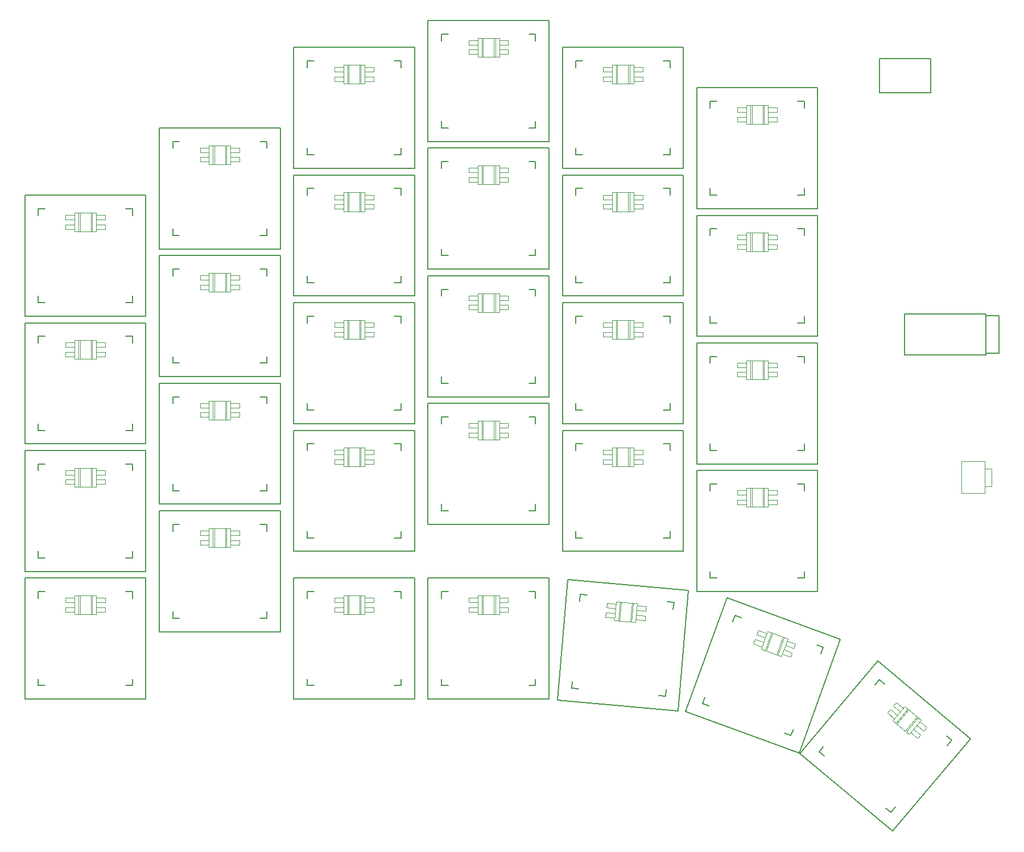
<source format=gbr>
%TF.GenerationSoftware,KiCad,Pcbnew,8.0.4*%
%TF.CreationDate,2024-08-10T13:55:05-06:00*%
%TF.ProjectId,staggered_col58,73746167-6765-4726-9564-5f636f6c3538,0.1*%
%TF.SameCoordinates,Original*%
%TF.FileFunction,OtherDrawing,Comment*%
%FSLAX46Y46*%
G04 Gerber Fmt 4.6, Leading zero omitted, Abs format (unit mm)*
G04 Created by KiCad (PCBNEW 8.0.4) date 2024-08-10 13:55:05*
%MOMM*%
%LPD*%
G01*
G04 APERTURE LIST*
%ADD10C,0.150000*%
%ADD11C,0.120000*%
%ADD12C,0.100000*%
G04 APERTURE END LIST*
D10*
%TO.C,MCU1*%
X165810000Y-33696000D02*
X165810000Y-38776000D01*
X158190000Y-33696000D02*
X165810000Y-33696000D01*
X158190000Y-38776000D02*
X158190000Y-33696000D01*
X165810000Y-38776000D02*
X158190000Y-38776000D01*
%TO.C,SW1*%
X47000000Y-126000000D02*
X47000000Y-127000000D01*
X47000000Y-113000000D02*
X46000000Y-113000000D01*
X46000000Y-127000000D02*
X47000000Y-127000000D01*
X47000000Y-113000000D02*
X47000000Y-114000000D01*
X33000000Y-114000000D02*
X33000000Y-113000000D01*
X33000000Y-127000000D02*
X34000000Y-127000000D01*
X34000000Y-113000000D02*
X33000000Y-113000000D01*
X33000000Y-127000000D02*
X33000000Y-126000000D01*
X31000000Y-111000000D02*
X49000000Y-111000000D01*
X49000000Y-129000000D01*
X31000000Y-129000000D01*
X31000000Y-111000000D01*
%TO.C,SW2*%
X47000000Y-107000000D02*
X47000000Y-108000000D01*
X47000000Y-94000000D02*
X46000000Y-94000000D01*
X46000000Y-108000000D02*
X47000000Y-108000000D01*
X47000000Y-94000000D02*
X47000000Y-95000000D01*
X33000000Y-95000000D02*
X33000000Y-94000000D01*
X33000000Y-108000000D02*
X34000000Y-108000000D01*
X34000000Y-94000000D02*
X33000000Y-94000000D01*
X33000000Y-108000000D02*
X33000000Y-107000000D01*
X31000000Y-92000000D02*
X49000000Y-92000000D01*
X49000000Y-110000000D01*
X31000000Y-110000000D01*
X31000000Y-92000000D01*
%TO.C,SW3*%
X47000000Y-88000000D02*
X47000000Y-89000000D01*
X47000000Y-75000000D02*
X46000000Y-75000000D01*
X46000000Y-89000000D02*
X47000000Y-89000000D01*
X47000000Y-75000000D02*
X47000000Y-76000000D01*
X33000000Y-76000000D02*
X33000000Y-75000000D01*
X33000000Y-89000000D02*
X34000000Y-89000000D01*
X34000000Y-75000000D02*
X33000000Y-75000000D01*
X33000000Y-89000000D02*
X33000000Y-88000000D01*
X31000000Y-73000000D02*
X49000000Y-73000000D01*
X49000000Y-91000000D01*
X31000000Y-91000000D01*
X31000000Y-73000000D01*
%TO.C,SW4*%
X47000000Y-69000000D02*
X47000000Y-70000000D01*
X47000000Y-56000000D02*
X46000000Y-56000000D01*
X46000000Y-70000000D02*
X47000000Y-70000000D01*
X47000000Y-56000000D02*
X47000000Y-57000000D01*
X33000000Y-57000000D02*
X33000000Y-56000000D01*
X33000000Y-70000000D02*
X34000000Y-70000000D01*
X34000000Y-56000000D02*
X33000000Y-56000000D01*
X33000000Y-70000000D02*
X33000000Y-69000000D01*
X31000000Y-54000000D02*
X49000000Y-54000000D01*
X49000000Y-72000000D01*
X31000000Y-72000000D01*
X31000000Y-54000000D01*
%TO.C,SW5*%
X67000000Y-116000000D02*
X67000000Y-117000000D01*
X67000000Y-103000000D02*
X66000000Y-103000000D01*
X66000000Y-117000000D02*
X67000000Y-117000000D01*
X67000000Y-103000000D02*
X67000000Y-104000000D01*
X53000000Y-104000000D02*
X53000000Y-103000000D01*
X53000000Y-117000000D02*
X54000000Y-117000000D01*
X54000000Y-103000000D02*
X53000000Y-103000000D01*
X53000000Y-117000000D02*
X53000000Y-116000000D01*
X51000000Y-101000000D02*
X69000000Y-101000000D01*
X69000000Y-119000000D01*
X51000000Y-119000000D01*
X51000000Y-101000000D01*
%TO.C,SW6*%
X67000000Y-97000000D02*
X67000000Y-98000000D01*
X67000000Y-84000000D02*
X66000000Y-84000000D01*
X66000000Y-98000000D02*
X67000000Y-98000000D01*
X67000000Y-84000000D02*
X67000000Y-85000000D01*
X53000000Y-85000000D02*
X53000000Y-84000000D01*
X53000000Y-98000000D02*
X54000000Y-98000000D01*
X54000000Y-84000000D02*
X53000000Y-84000000D01*
X53000000Y-98000000D02*
X53000000Y-97000000D01*
X51000000Y-82000000D02*
X69000000Y-82000000D01*
X69000000Y-100000000D01*
X51000000Y-100000000D01*
X51000000Y-82000000D01*
%TO.C,SW7*%
X67000000Y-78000000D02*
X67000000Y-79000000D01*
X67000000Y-65000000D02*
X66000000Y-65000000D01*
X66000000Y-79000000D02*
X67000000Y-79000000D01*
X67000000Y-65000000D02*
X67000000Y-66000000D01*
X53000000Y-66000000D02*
X53000000Y-65000000D01*
X53000000Y-79000000D02*
X54000000Y-79000000D01*
X54000000Y-65000000D02*
X53000000Y-65000000D01*
X53000000Y-79000000D02*
X53000000Y-78000000D01*
X51000000Y-63000000D02*
X69000000Y-63000000D01*
X69000000Y-81000000D01*
X51000000Y-81000000D01*
X51000000Y-63000000D01*
%TO.C,SW8*%
X67000000Y-59000000D02*
X67000000Y-60000000D01*
X67000000Y-46000000D02*
X66000000Y-46000000D01*
X66000000Y-60000000D02*
X67000000Y-60000000D01*
X67000000Y-46000000D02*
X67000000Y-47000000D01*
X53000000Y-47000000D02*
X53000000Y-46000000D01*
X53000000Y-60000000D02*
X54000000Y-60000000D01*
X54000000Y-46000000D02*
X53000000Y-46000000D01*
X53000000Y-60000000D02*
X53000000Y-59000000D01*
X51000000Y-44000000D02*
X69000000Y-44000000D01*
X69000000Y-62000000D01*
X51000000Y-62000000D01*
X51000000Y-44000000D01*
%TO.C,SW9*%
X87000000Y-104000000D02*
X87000000Y-105000000D01*
X87000000Y-91000000D02*
X86000000Y-91000000D01*
X86000000Y-105000000D02*
X87000000Y-105000000D01*
X87000000Y-91000000D02*
X87000000Y-92000000D01*
X73000000Y-92000000D02*
X73000000Y-91000000D01*
X73000000Y-105000000D02*
X74000000Y-105000000D01*
X74000000Y-91000000D02*
X73000000Y-91000000D01*
X73000000Y-105000000D02*
X73000000Y-104000000D01*
X71000000Y-89000000D02*
X89000000Y-89000000D01*
X89000000Y-107000000D01*
X71000000Y-107000000D01*
X71000000Y-89000000D01*
%TO.C,SW10*%
X87000000Y-85000000D02*
X87000000Y-86000000D01*
X87000000Y-72000000D02*
X86000000Y-72000000D01*
X86000000Y-86000000D02*
X87000000Y-86000000D01*
X87000000Y-72000000D02*
X87000000Y-73000000D01*
X73000000Y-73000000D02*
X73000000Y-72000000D01*
X73000000Y-86000000D02*
X74000000Y-86000000D01*
X74000000Y-72000000D02*
X73000000Y-72000000D01*
X73000000Y-86000000D02*
X73000000Y-85000000D01*
X71000000Y-70000000D02*
X89000000Y-70000000D01*
X89000000Y-88000000D01*
X71000000Y-88000000D01*
X71000000Y-70000000D01*
%TO.C,SW11*%
X87000000Y-66000000D02*
X87000000Y-67000000D01*
X87000000Y-53000000D02*
X86000000Y-53000000D01*
X86000000Y-67000000D02*
X87000000Y-67000000D01*
X87000000Y-53000000D02*
X87000000Y-54000000D01*
X73000000Y-54000000D02*
X73000000Y-53000000D01*
X73000000Y-67000000D02*
X74000000Y-67000000D01*
X74000000Y-53000000D02*
X73000000Y-53000000D01*
X73000000Y-67000000D02*
X73000000Y-66000000D01*
X71000000Y-51000000D02*
X89000000Y-51000000D01*
X89000000Y-69000000D01*
X71000000Y-69000000D01*
X71000000Y-51000000D01*
%TO.C,SW12*%
X87000000Y-47000000D02*
X87000000Y-48000000D01*
X87000000Y-34000000D02*
X86000000Y-34000000D01*
X86000000Y-48000000D02*
X87000000Y-48000000D01*
X87000000Y-34000000D02*
X87000000Y-35000000D01*
X73000000Y-35000000D02*
X73000000Y-34000000D01*
X73000000Y-48000000D02*
X74000000Y-48000000D01*
X74000000Y-34000000D02*
X73000000Y-34000000D01*
X73000000Y-48000000D02*
X73000000Y-47000000D01*
X71000000Y-32000000D02*
X89000000Y-32000000D01*
X89000000Y-50000000D01*
X71000000Y-50000000D01*
X71000000Y-32000000D01*
%TO.C,SW13*%
X107000000Y-100000000D02*
X107000000Y-101000000D01*
X107000000Y-87000000D02*
X106000000Y-87000000D01*
X106000000Y-101000000D02*
X107000000Y-101000000D01*
X107000000Y-87000000D02*
X107000000Y-88000000D01*
X93000000Y-88000000D02*
X93000000Y-87000000D01*
X93000000Y-101000000D02*
X94000000Y-101000000D01*
X94000000Y-87000000D02*
X93000000Y-87000000D01*
X93000000Y-101000000D02*
X93000000Y-100000000D01*
X91000000Y-85000000D02*
X109000000Y-85000000D01*
X109000000Y-103000000D01*
X91000000Y-103000000D01*
X91000000Y-85000000D01*
%TO.C,SW14*%
X107000000Y-81000000D02*
X107000000Y-82000000D01*
X107000000Y-68000000D02*
X106000000Y-68000000D01*
X106000000Y-82000000D02*
X107000000Y-82000000D01*
X107000000Y-68000000D02*
X107000000Y-69000000D01*
X93000000Y-69000000D02*
X93000000Y-68000000D01*
X93000000Y-82000000D02*
X94000000Y-82000000D01*
X94000000Y-68000000D02*
X93000000Y-68000000D01*
X93000000Y-82000000D02*
X93000000Y-81000000D01*
X91000000Y-66000000D02*
X109000000Y-66000000D01*
X109000000Y-84000000D01*
X91000000Y-84000000D01*
X91000000Y-66000000D01*
%TO.C,SW15*%
X107000000Y-62000000D02*
X107000000Y-63000000D01*
X107000000Y-49000000D02*
X106000000Y-49000000D01*
X106000000Y-63000000D02*
X107000000Y-63000000D01*
X107000000Y-49000000D02*
X107000000Y-50000000D01*
X93000000Y-50000000D02*
X93000000Y-49000000D01*
X93000000Y-63000000D02*
X94000000Y-63000000D01*
X94000000Y-49000000D02*
X93000000Y-49000000D01*
X93000000Y-63000000D02*
X93000000Y-62000000D01*
X91000000Y-47000000D02*
X109000000Y-47000000D01*
X109000000Y-65000000D01*
X91000000Y-65000000D01*
X91000000Y-47000000D01*
%TO.C,SW16*%
X107000000Y-43000000D02*
X107000000Y-44000000D01*
X107000000Y-30000000D02*
X106000000Y-30000000D01*
X106000000Y-44000000D02*
X107000000Y-44000000D01*
X107000000Y-30000000D02*
X107000000Y-31000000D01*
X93000000Y-31000000D02*
X93000000Y-30000000D01*
X93000000Y-44000000D02*
X94000000Y-44000000D01*
X94000000Y-30000000D02*
X93000000Y-30000000D01*
X93000000Y-44000000D02*
X93000000Y-43000000D01*
X91000000Y-28000000D02*
X109000000Y-28000000D01*
X109000000Y-46000000D01*
X91000000Y-46000000D01*
X91000000Y-28000000D01*
%TO.C,SW17*%
X127000000Y-104000000D02*
X127000000Y-105000000D01*
X127000000Y-91000000D02*
X126000000Y-91000000D01*
X126000000Y-105000000D02*
X127000000Y-105000000D01*
X127000000Y-91000000D02*
X127000000Y-92000000D01*
X113000000Y-92000000D02*
X113000000Y-91000000D01*
X113000000Y-105000000D02*
X114000000Y-105000000D01*
X114000000Y-91000000D02*
X113000000Y-91000000D01*
X113000000Y-105000000D02*
X113000000Y-104000000D01*
X111000000Y-89000000D02*
X129000000Y-89000000D01*
X129000000Y-107000000D01*
X111000000Y-107000000D01*
X111000000Y-89000000D01*
%TO.C,SW18*%
X127000000Y-85000000D02*
X127000000Y-86000000D01*
X127000000Y-72000000D02*
X126000000Y-72000000D01*
X126000000Y-86000000D02*
X127000000Y-86000000D01*
X127000000Y-72000000D02*
X127000000Y-73000000D01*
X113000000Y-73000000D02*
X113000000Y-72000000D01*
X113000000Y-86000000D02*
X114000000Y-86000000D01*
X114000000Y-72000000D02*
X113000000Y-72000000D01*
X113000000Y-86000000D02*
X113000000Y-85000000D01*
X111000000Y-70000000D02*
X129000000Y-70000000D01*
X129000000Y-88000000D01*
X111000000Y-88000000D01*
X111000000Y-70000000D01*
%TO.C,SW19*%
X127000000Y-66000000D02*
X127000000Y-67000000D01*
X127000000Y-53000000D02*
X126000000Y-53000000D01*
X126000000Y-67000000D02*
X127000000Y-67000000D01*
X127000000Y-53000000D02*
X127000000Y-54000000D01*
X113000000Y-54000000D02*
X113000000Y-53000000D01*
X113000000Y-67000000D02*
X114000000Y-67000000D01*
X114000000Y-53000000D02*
X113000000Y-53000000D01*
X113000000Y-67000000D02*
X113000000Y-66000000D01*
X111000000Y-51000000D02*
X129000000Y-51000000D01*
X129000000Y-69000000D01*
X111000000Y-69000000D01*
X111000000Y-51000000D01*
%TO.C,SW20*%
X127000000Y-47000000D02*
X127000000Y-48000000D01*
X127000000Y-34000000D02*
X126000000Y-34000000D01*
X126000000Y-48000000D02*
X127000000Y-48000000D01*
X127000000Y-34000000D02*
X127000000Y-35000000D01*
X113000000Y-35000000D02*
X113000000Y-34000000D01*
X113000000Y-48000000D02*
X114000000Y-48000000D01*
X114000000Y-34000000D02*
X113000000Y-34000000D01*
X113000000Y-48000000D02*
X113000000Y-47000000D01*
X111000000Y-32000000D02*
X129000000Y-32000000D01*
X129000000Y-50000000D01*
X111000000Y-50000000D01*
X111000000Y-32000000D01*
%TO.C,SW21*%
X147000000Y-110000000D02*
X147000000Y-111000000D01*
X147000000Y-97000000D02*
X146000000Y-97000000D01*
X146000000Y-111000000D02*
X147000000Y-111000000D01*
X147000000Y-97000000D02*
X147000000Y-98000000D01*
X133000000Y-98000000D02*
X133000000Y-97000000D01*
X133000000Y-111000000D02*
X134000000Y-111000000D01*
X134000000Y-97000000D02*
X133000000Y-97000000D01*
X133000000Y-111000000D02*
X133000000Y-110000000D01*
X131000000Y-95000000D02*
X149000000Y-95000000D01*
X149000000Y-113000000D01*
X131000000Y-113000000D01*
X131000000Y-95000000D01*
%TO.C,SW22*%
X147000000Y-91000000D02*
X147000000Y-92000000D01*
X147000000Y-78000000D02*
X146000000Y-78000000D01*
X146000000Y-92000000D02*
X147000000Y-92000000D01*
X147000000Y-78000000D02*
X147000000Y-79000000D01*
X133000000Y-79000000D02*
X133000000Y-78000000D01*
X133000000Y-92000000D02*
X134000000Y-92000000D01*
X134000000Y-78000000D02*
X133000000Y-78000000D01*
X133000000Y-92000000D02*
X133000000Y-91000000D01*
X131000000Y-76000000D02*
X149000000Y-76000000D01*
X149000000Y-94000000D01*
X131000000Y-94000000D01*
X131000000Y-76000000D01*
%TO.C,SW23*%
X147000000Y-72000000D02*
X147000000Y-73000000D01*
X147000000Y-59000000D02*
X146000000Y-59000000D01*
X146000000Y-73000000D02*
X147000000Y-73000000D01*
X147000000Y-59000000D02*
X147000000Y-60000000D01*
X133000000Y-60000000D02*
X133000000Y-59000000D01*
X133000000Y-73000000D02*
X134000000Y-73000000D01*
X134000000Y-59000000D02*
X133000000Y-59000000D01*
X133000000Y-73000000D02*
X133000000Y-72000000D01*
X131000000Y-57000000D02*
X149000000Y-57000000D01*
X149000000Y-75000000D01*
X131000000Y-75000000D01*
X131000000Y-57000000D01*
%TO.C,SW24*%
X147000000Y-53000000D02*
X147000000Y-54000000D01*
X147000000Y-40000000D02*
X146000000Y-40000000D01*
X146000000Y-54000000D02*
X147000000Y-54000000D01*
X147000000Y-40000000D02*
X147000000Y-41000000D01*
X133000000Y-41000000D02*
X133000000Y-40000000D01*
X133000000Y-54000000D02*
X134000000Y-54000000D01*
X134000000Y-40000000D02*
X133000000Y-40000000D01*
X133000000Y-54000000D02*
X133000000Y-53000000D01*
X131000000Y-38000000D02*
X149000000Y-38000000D01*
X149000000Y-56000000D01*
X131000000Y-56000000D01*
X131000000Y-38000000D01*
%TO.C,SW25*%
X87000000Y-126000000D02*
X87000000Y-127000000D01*
X87000000Y-113000000D02*
X86000000Y-113000000D01*
X86000000Y-127000000D02*
X87000000Y-127000000D01*
X87000000Y-113000000D02*
X87000000Y-114000000D01*
X73000000Y-114000000D02*
X73000000Y-113000000D01*
X73000000Y-127000000D02*
X74000000Y-127000000D01*
X74000000Y-113000000D02*
X73000000Y-113000000D01*
X73000000Y-127000000D02*
X73000000Y-126000000D01*
X71000000Y-111000000D02*
X89000000Y-111000000D01*
X89000000Y-129000000D01*
X71000000Y-129000000D01*
X71000000Y-111000000D01*
%TO.C,SW26*%
X107000000Y-126000000D02*
X107000000Y-127000000D01*
X107000000Y-113000000D02*
X106000000Y-113000000D01*
X106000000Y-127000000D02*
X107000000Y-127000000D01*
X107000000Y-113000000D02*
X107000000Y-114000000D01*
X93000000Y-114000000D02*
X93000000Y-113000000D01*
X93000000Y-127000000D02*
X94000000Y-127000000D01*
X94000000Y-113000000D02*
X93000000Y-113000000D01*
X93000000Y-127000000D02*
X93000000Y-126000000D01*
X91000000Y-111000000D02*
X109000000Y-111000000D01*
X109000000Y-129000000D01*
X91000000Y-129000000D01*
X91000000Y-111000000D01*
%TO.C,SW27*%
X126450428Y-127587258D02*
X126363273Y-128583453D01*
X127583453Y-114636727D02*
X126587258Y-114549572D01*
X125367078Y-128496297D02*
X126363273Y-128583453D01*
X127583453Y-114636727D02*
X127496297Y-115632922D01*
X113549572Y-114412742D02*
X113636727Y-113416547D01*
X112416547Y-127363273D02*
X113412742Y-127450428D01*
X114632922Y-113503703D02*
X113636727Y-113416547D01*
X112416547Y-127363273D02*
X112503703Y-126367078D01*
X129750154Y-112818649D02*
X128181351Y-130750154D01*
X110249846Y-129181351D01*
X111818649Y-111249846D01*
X129750154Y-112818649D01*
%TO.C,SW28*%
X145366127Y-133518797D02*
X145024107Y-134458489D01*
X149812389Y-121302793D02*
X148872697Y-120960773D01*
X144084415Y-134116469D02*
X145024107Y-134458489D01*
X149812389Y-121302793D02*
X149470369Y-122242485D01*
X136314673Y-117454203D02*
X136656693Y-116514511D01*
X131868411Y-129670207D02*
X132808103Y-130012227D01*
X137596385Y-116856531D02*
X136656693Y-116514511D01*
X131868411Y-129670207D02*
X132210431Y-128730515D01*
X152375815Y-120107448D02*
X146219452Y-137021915D01*
X129304985Y-130865552D01*
X135461348Y-113951085D01*
X152375815Y-120107448D01*
%TO.C,SW29*%
X160554885Y-145095180D02*
X159912098Y-145861224D01*
X168911124Y-135136602D02*
X168145080Y-134493815D01*
X159146053Y-145218437D02*
X159912098Y-145861224D01*
X168911124Y-135136602D02*
X168268337Y-135902647D01*
X157543715Y-126903620D02*
X158186502Y-126137576D01*
X149187476Y-136862198D02*
X149953520Y-137504985D01*
X158952547Y-126780363D02*
X158186502Y-126137576D01*
X149187476Y-136862198D02*
X149830263Y-136096153D01*
X171728788Y-134890088D02*
X160158612Y-148678888D01*
X146369812Y-137108712D01*
X157939988Y-123319912D01*
X171728788Y-134890088D01*
D11*
%TO.C,L1*%
X38400000Y-113600000D02*
X41600000Y-113600000D01*
X38400000Y-116400000D02*
X41600000Y-116400000D01*
X38400000Y-113600000D02*
X38400000Y-116400000D01*
X41600000Y-113600000D02*
X41600000Y-116400000D01*
X38400000Y-113950000D02*
X37060000Y-113950000D01*
X37060000Y-113950000D02*
X37060000Y-114630000D01*
X37060000Y-114630000D02*
X38400000Y-114630000D01*
X38400000Y-115350000D02*
X37060000Y-115350000D01*
X37060000Y-116030000D02*
X38400000Y-116030000D01*
X37060000Y-115350000D02*
X37060000Y-116030000D01*
X41600000Y-116030000D02*
X42940000Y-116030000D01*
X42940000Y-115350000D02*
X41600000Y-115350000D01*
X42940000Y-116030000D02*
X42940000Y-115350000D01*
X41600000Y-114630000D02*
X42940000Y-114630000D01*
X42940000Y-113950000D02*
X41600000Y-113950000D01*
X42940000Y-114630000D02*
X42940000Y-113950000D01*
X39200000Y-113600000D02*
X39200000Y-116400000D01*
X40800000Y-113600000D02*
X40800000Y-116400000D01*
X39000000Y-113600000D02*
X39000000Y-116400000D01*
X41000000Y-113600000D02*
X41000000Y-116400000D01*
X39200000Y-113600000D02*
X39200000Y-116400000D01*
X40800000Y-113600000D02*
X40800000Y-116400000D01*
X39000000Y-113600000D02*
X39000000Y-116400000D01*
X41000000Y-113600000D02*
X41000000Y-116400000D01*
%TO.C,L2*%
X38400000Y-94600000D02*
X41600000Y-94600000D01*
X38400000Y-97400000D02*
X41600000Y-97400000D01*
X38400000Y-94600000D02*
X38400000Y-97400000D01*
X41600000Y-94600000D02*
X41600000Y-97400000D01*
X38400000Y-94950000D02*
X37060000Y-94950000D01*
X37060000Y-94950000D02*
X37060000Y-95630000D01*
X37060000Y-95630000D02*
X38400000Y-95630000D01*
X38400000Y-96350000D02*
X37060000Y-96350000D01*
X37060000Y-97030000D02*
X38400000Y-97030000D01*
X37060000Y-96350000D02*
X37060000Y-97030000D01*
X41600000Y-97030000D02*
X42940000Y-97030000D01*
X42940000Y-96350000D02*
X41600000Y-96350000D01*
X42940000Y-97030000D02*
X42940000Y-96350000D01*
X41600000Y-95630000D02*
X42940000Y-95630000D01*
X42940000Y-94950000D02*
X41600000Y-94950000D01*
X42940000Y-95630000D02*
X42940000Y-94950000D01*
X39200000Y-94600000D02*
X39200000Y-97400000D01*
X40800000Y-94600000D02*
X40800000Y-97400000D01*
X39000000Y-94600000D02*
X39000000Y-97400000D01*
X41000000Y-94600000D02*
X41000000Y-97400000D01*
X39200000Y-94600000D02*
X39200000Y-97400000D01*
X40800000Y-94600000D02*
X40800000Y-97400000D01*
X39000000Y-94600000D02*
X39000000Y-97400000D01*
X41000000Y-94600000D02*
X41000000Y-97400000D01*
%TO.C,L3*%
X38400000Y-75600000D02*
X41600000Y-75600000D01*
X38400000Y-78400000D02*
X41600000Y-78400000D01*
X38400000Y-75600000D02*
X38400000Y-78400000D01*
X41600000Y-75600000D02*
X41600000Y-78400000D01*
X38400000Y-75950000D02*
X37060000Y-75950000D01*
X37060000Y-75950000D02*
X37060000Y-76630000D01*
X37060000Y-76630000D02*
X38400000Y-76630000D01*
X38400000Y-77350000D02*
X37060000Y-77350000D01*
X37060000Y-78030000D02*
X38400000Y-78030000D01*
X37060000Y-77350000D02*
X37060000Y-78030000D01*
X41600000Y-78030000D02*
X42940000Y-78030000D01*
X42940000Y-77350000D02*
X41600000Y-77350000D01*
X42940000Y-78030000D02*
X42940000Y-77350000D01*
X41600000Y-76630000D02*
X42940000Y-76630000D01*
X42940000Y-75950000D02*
X41600000Y-75950000D01*
X42940000Y-76630000D02*
X42940000Y-75950000D01*
X39200000Y-75600000D02*
X39200000Y-78400000D01*
X40800000Y-75600000D02*
X40800000Y-78400000D01*
X39000000Y-75600000D02*
X39000000Y-78400000D01*
X41000000Y-75600000D02*
X41000000Y-78400000D01*
X39200000Y-75600000D02*
X39200000Y-78400000D01*
X40800000Y-75600000D02*
X40800000Y-78400000D01*
X39000000Y-75600000D02*
X39000000Y-78400000D01*
X41000000Y-75600000D02*
X41000000Y-78400000D01*
%TO.C,L4*%
X38400000Y-56600000D02*
X41600000Y-56600000D01*
X38400000Y-59400000D02*
X41600000Y-59400000D01*
X38400000Y-56600000D02*
X38400000Y-59400000D01*
X41600000Y-56600000D02*
X41600000Y-59400000D01*
X38400000Y-56950000D02*
X37060000Y-56950000D01*
X37060000Y-56950000D02*
X37060000Y-57630000D01*
X37060000Y-57630000D02*
X38400000Y-57630000D01*
X38400000Y-58350000D02*
X37060000Y-58350000D01*
X37060000Y-59030000D02*
X38400000Y-59030000D01*
X37060000Y-58350000D02*
X37060000Y-59030000D01*
X41600000Y-59030000D02*
X42940000Y-59030000D01*
X42940000Y-58350000D02*
X41600000Y-58350000D01*
X42940000Y-59030000D02*
X42940000Y-58350000D01*
X41600000Y-57630000D02*
X42940000Y-57630000D01*
X42940000Y-56950000D02*
X41600000Y-56950000D01*
X42940000Y-57630000D02*
X42940000Y-56950000D01*
X39200000Y-56600000D02*
X39200000Y-59400000D01*
X40800000Y-56600000D02*
X40800000Y-59400000D01*
X39000000Y-56600000D02*
X39000000Y-59400000D01*
X41000000Y-56600000D02*
X41000000Y-59400000D01*
X39200000Y-56600000D02*
X39200000Y-59400000D01*
X40800000Y-56600000D02*
X40800000Y-59400000D01*
X39000000Y-56600000D02*
X39000000Y-59400000D01*
X41000000Y-56600000D02*
X41000000Y-59400000D01*
%TO.C,L5*%
X58400000Y-103600000D02*
X61600000Y-103600000D01*
X58400000Y-106400000D02*
X61600000Y-106400000D01*
X58400000Y-103600000D02*
X58400000Y-106400000D01*
X61600000Y-103600000D02*
X61600000Y-106400000D01*
X58400000Y-103950000D02*
X57060000Y-103950000D01*
X57060000Y-103950000D02*
X57060000Y-104630000D01*
X57060000Y-104630000D02*
X58400000Y-104630000D01*
X58400000Y-105350000D02*
X57060000Y-105350000D01*
X57060000Y-106030000D02*
X58400000Y-106030000D01*
X57060000Y-105350000D02*
X57060000Y-106030000D01*
X61600000Y-106030000D02*
X62940000Y-106030000D01*
X62940000Y-105350000D02*
X61600000Y-105350000D01*
X62940000Y-106030000D02*
X62940000Y-105350000D01*
X61600000Y-104630000D02*
X62940000Y-104630000D01*
X62940000Y-103950000D02*
X61600000Y-103950000D01*
X62940000Y-104630000D02*
X62940000Y-103950000D01*
X59200000Y-103600000D02*
X59200000Y-106400000D01*
X60800000Y-103600000D02*
X60800000Y-106400000D01*
X59000000Y-103600000D02*
X59000000Y-106400000D01*
X61000000Y-103600000D02*
X61000000Y-106400000D01*
X59200000Y-103600000D02*
X59200000Y-106400000D01*
X60800000Y-103600000D02*
X60800000Y-106400000D01*
X59000000Y-103600000D02*
X59000000Y-106400000D01*
X61000000Y-103600000D02*
X61000000Y-106400000D01*
%TO.C,L6*%
X58400000Y-84600000D02*
X61600000Y-84600000D01*
X58400000Y-87400000D02*
X61600000Y-87400000D01*
X58400000Y-84600000D02*
X58400000Y-87400000D01*
X61600000Y-84600000D02*
X61600000Y-87400000D01*
X58400000Y-84950000D02*
X57060000Y-84950000D01*
X57060000Y-84950000D02*
X57060000Y-85630000D01*
X57060000Y-85630000D02*
X58400000Y-85630000D01*
X58400000Y-86350000D02*
X57060000Y-86350000D01*
X57060000Y-87030000D02*
X58400000Y-87030000D01*
X57060000Y-86350000D02*
X57060000Y-87030000D01*
X61600000Y-87030000D02*
X62940000Y-87030000D01*
X62940000Y-86350000D02*
X61600000Y-86350000D01*
X62940000Y-87030000D02*
X62940000Y-86350000D01*
X61600000Y-85630000D02*
X62940000Y-85630000D01*
X62940000Y-84950000D02*
X61600000Y-84950000D01*
X62940000Y-85630000D02*
X62940000Y-84950000D01*
X59200000Y-84600000D02*
X59200000Y-87400000D01*
X60800000Y-84600000D02*
X60800000Y-87400000D01*
X59000000Y-84600000D02*
X59000000Y-87400000D01*
X61000000Y-84600000D02*
X61000000Y-87400000D01*
X59200000Y-84600000D02*
X59200000Y-87400000D01*
X60800000Y-84600000D02*
X60800000Y-87400000D01*
X59000000Y-84600000D02*
X59000000Y-87400000D01*
X61000000Y-84600000D02*
X61000000Y-87400000D01*
%TO.C,L7*%
X58400000Y-65600000D02*
X61600000Y-65600000D01*
X58400000Y-68400000D02*
X61600000Y-68400000D01*
X58400000Y-65600000D02*
X58400000Y-68400000D01*
X61600000Y-65600000D02*
X61600000Y-68400000D01*
X58400000Y-65950000D02*
X57060000Y-65950000D01*
X57060000Y-65950000D02*
X57060000Y-66630000D01*
X57060000Y-66630000D02*
X58400000Y-66630000D01*
X58400000Y-67350000D02*
X57060000Y-67350000D01*
X57060000Y-68030000D02*
X58400000Y-68030000D01*
X57060000Y-67350000D02*
X57060000Y-68030000D01*
X61600000Y-68030000D02*
X62940000Y-68030000D01*
X62940000Y-67350000D02*
X61600000Y-67350000D01*
X62940000Y-68030000D02*
X62940000Y-67350000D01*
X61600000Y-66630000D02*
X62940000Y-66630000D01*
X62940000Y-65950000D02*
X61600000Y-65950000D01*
X62940000Y-66630000D02*
X62940000Y-65950000D01*
X59200000Y-65600000D02*
X59200000Y-68400000D01*
X60800000Y-65600000D02*
X60800000Y-68400000D01*
X59000000Y-65600000D02*
X59000000Y-68400000D01*
X61000000Y-65600000D02*
X61000000Y-68400000D01*
X59200000Y-65600000D02*
X59200000Y-68400000D01*
X60800000Y-65600000D02*
X60800000Y-68400000D01*
X59000000Y-65600000D02*
X59000000Y-68400000D01*
X61000000Y-65600000D02*
X61000000Y-68400000D01*
%TO.C,L8*%
X58400000Y-46600000D02*
X61600000Y-46600000D01*
X58400000Y-49400000D02*
X61600000Y-49400000D01*
X58400000Y-46600000D02*
X58400000Y-49400000D01*
X61600000Y-46600000D02*
X61600000Y-49400000D01*
X58400000Y-46950000D02*
X57060000Y-46950000D01*
X57060000Y-46950000D02*
X57060000Y-47630000D01*
X57060000Y-47630000D02*
X58400000Y-47630000D01*
X58400000Y-48350000D02*
X57060000Y-48350000D01*
X57060000Y-49030000D02*
X58400000Y-49030000D01*
X57060000Y-48350000D02*
X57060000Y-49030000D01*
X61600000Y-49030000D02*
X62940000Y-49030000D01*
X62940000Y-48350000D02*
X61600000Y-48350000D01*
X62940000Y-49030000D02*
X62940000Y-48350000D01*
X61600000Y-47630000D02*
X62940000Y-47630000D01*
X62940000Y-46950000D02*
X61600000Y-46950000D01*
X62940000Y-47630000D02*
X62940000Y-46950000D01*
X59200000Y-46600000D02*
X59200000Y-49400000D01*
X60800000Y-46600000D02*
X60800000Y-49400000D01*
X59000000Y-46600000D02*
X59000000Y-49400000D01*
X61000000Y-46600000D02*
X61000000Y-49400000D01*
X59200000Y-46600000D02*
X59200000Y-49400000D01*
X60800000Y-46600000D02*
X60800000Y-49400000D01*
X59000000Y-46600000D02*
X59000000Y-49400000D01*
X61000000Y-46600000D02*
X61000000Y-49400000D01*
%TO.C,L9*%
X78400000Y-91600000D02*
X81600000Y-91600000D01*
X78400000Y-94400000D02*
X81600000Y-94400000D01*
X78400000Y-91600000D02*
X78400000Y-94400000D01*
X81600000Y-91600000D02*
X81600000Y-94400000D01*
X78400000Y-91950000D02*
X77060000Y-91950000D01*
X77060000Y-91950000D02*
X77060000Y-92630000D01*
X77060000Y-92630000D02*
X78400000Y-92630000D01*
X78400000Y-93350000D02*
X77060000Y-93350000D01*
X77060000Y-94030000D02*
X78400000Y-94030000D01*
X77060000Y-93350000D02*
X77060000Y-94030000D01*
X81600000Y-94030000D02*
X82940000Y-94030000D01*
X82940000Y-93350000D02*
X81600000Y-93350000D01*
X82940000Y-94030000D02*
X82940000Y-93350000D01*
X81600000Y-92630000D02*
X82940000Y-92630000D01*
X82940000Y-91950000D02*
X81600000Y-91950000D01*
X82940000Y-92630000D02*
X82940000Y-91950000D01*
X79200000Y-91600000D02*
X79200000Y-94400000D01*
X80800000Y-91600000D02*
X80800000Y-94400000D01*
X79000000Y-91600000D02*
X79000000Y-94400000D01*
X81000000Y-91600000D02*
X81000000Y-94400000D01*
X79200000Y-91600000D02*
X79200000Y-94400000D01*
X80800000Y-91600000D02*
X80800000Y-94400000D01*
X79000000Y-91600000D02*
X79000000Y-94400000D01*
X81000000Y-91600000D02*
X81000000Y-94400000D01*
%TO.C,L10*%
X78400000Y-72600000D02*
X81600000Y-72600000D01*
X78400000Y-75400000D02*
X81600000Y-75400000D01*
X78400000Y-72600000D02*
X78400000Y-75400000D01*
X81600000Y-72600000D02*
X81600000Y-75400000D01*
X78400000Y-72950000D02*
X77060000Y-72950000D01*
X77060000Y-72950000D02*
X77060000Y-73630000D01*
X77060000Y-73630000D02*
X78400000Y-73630000D01*
X78400000Y-74350000D02*
X77060000Y-74350000D01*
X77060000Y-75030000D02*
X78400000Y-75030000D01*
X77060000Y-74350000D02*
X77060000Y-75030000D01*
X81600000Y-75030000D02*
X82940000Y-75030000D01*
X82940000Y-74350000D02*
X81600000Y-74350000D01*
X82940000Y-75030000D02*
X82940000Y-74350000D01*
X81600000Y-73630000D02*
X82940000Y-73630000D01*
X82940000Y-72950000D02*
X81600000Y-72950000D01*
X82940000Y-73630000D02*
X82940000Y-72950000D01*
X79200000Y-72600000D02*
X79200000Y-75400000D01*
X80800000Y-72600000D02*
X80800000Y-75400000D01*
X79000000Y-72600000D02*
X79000000Y-75400000D01*
X81000000Y-72600000D02*
X81000000Y-75400000D01*
X79200000Y-72600000D02*
X79200000Y-75400000D01*
X80800000Y-72600000D02*
X80800000Y-75400000D01*
X79000000Y-72600000D02*
X79000000Y-75400000D01*
X81000000Y-72600000D02*
X81000000Y-75400000D01*
%TO.C,L11*%
X78400000Y-53600000D02*
X81600000Y-53600000D01*
X78400000Y-56400000D02*
X81600000Y-56400000D01*
X78400000Y-53600000D02*
X78400000Y-56400000D01*
X81600000Y-53600000D02*
X81600000Y-56400000D01*
X78400000Y-53950000D02*
X77060000Y-53950000D01*
X77060000Y-53950000D02*
X77060000Y-54630000D01*
X77060000Y-54630000D02*
X78400000Y-54630000D01*
X78400000Y-55350000D02*
X77060000Y-55350000D01*
X77060000Y-56030000D02*
X78400000Y-56030000D01*
X77060000Y-55350000D02*
X77060000Y-56030000D01*
X81600000Y-56030000D02*
X82940000Y-56030000D01*
X82940000Y-55350000D02*
X81600000Y-55350000D01*
X82940000Y-56030000D02*
X82940000Y-55350000D01*
X81600000Y-54630000D02*
X82940000Y-54630000D01*
X82940000Y-53950000D02*
X81600000Y-53950000D01*
X82940000Y-54630000D02*
X82940000Y-53950000D01*
X79200000Y-53600000D02*
X79200000Y-56400000D01*
X80800000Y-53600000D02*
X80800000Y-56400000D01*
X79000000Y-53600000D02*
X79000000Y-56400000D01*
X81000000Y-53600000D02*
X81000000Y-56400000D01*
X79200000Y-53600000D02*
X79200000Y-56400000D01*
X80800000Y-53600000D02*
X80800000Y-56400000D01*
X79000000Y-53600000D02*
X79000000Y-56400000D01*
X81000000Y-53600000D02*
X81000000Y-56400000D01*
%TO.C,L12*%
X78400000Y-34600000D02*
X81600000Y-34600000D01*
X78400000Y-37400000D02*
X81600000Y-37400000D01*
X78400000Y-34600000D02*
X78400000Y-37400000D01*
X81600000Y-34600000D02*
X81600000Y-37400000D01*
X78400000Y-34950000D02*
X77060000Y-34950000D01*
X77060000Y-34950000D02*
X77060000Y-35630000D01*
X77060000Y-35630000D02*
X78400000Y-35630000D01*
X78400000Y-36350000D02*
X77060000Y-36350000D01*
X77060000Y-37030000D02*
X78400000Y-37030000D01*
X77060000Y-36350000D02*
X77060000Y-37030000D01*
X81600000Y-37030000D02*
X82940000Y-37030000D01*
X82940000Y-36350000D02*
X81600000Y-36350000D01*
X82940000Y-37030000D02*
X82940000Y-36350000D01*
X81600000Y-35630000D02*
X82940000Y-35630000D01*
X82940000Y-34950000D02*
X81600000Y-34950000D01*
X82940000Y-35630000D02*
X82940000Y-34950000D01*
X79200000Y-34600000D02*
X79200000Y-37400000D01*
X80800000Y-34600000D02*
X80800000Y-37400000D01*
X79000000Y-34600000D02*
X79000000Y-37400000D01*
X81000000Y-34600000D02*
X81000000Y-37400000D01*
X79200000Y-34600000D02*
X79200000Y-37400000D01*
X80800000Y-34600000D02*
X80800000Y-37400000D01*
X79000000Y-34600000D02*
X79000000Y-37400000D01*
X81000000Y-34600000D02*
X81000000Y-37400000D01*
%TO.C,L13*%
X98400000Y-87600000D02*
X101600000Y-87600000D01*
X98400000Y-90400000D02*
X101600000Y-90400000D01*
X98400000Y-87600000D02*
X98400000Y-90400000D01*
X101600000Y-87600000D02*
X101600000Y-90400000D01*
X98400000Y-87950000D02*
X97060000Y-87950000D01*
X97060000Y-87950000D02*
X97060000Y-88630000D01*
X97060000Y-88630000D02*
X98400000Y-88630000D01*
X98400000Y-89350000D02*
X97060000Y-89350000D01*
X97060000Y-90030000D02*
X98400000Y-90030000D01*
X97060000Y-89350000D02*
X97060000Y-90030000D01*
X101600000Y-90030000D02*
X102940000Y-90030000D01*
X102940000Y-89350000D02*
X101600000Y-89350000D01*
X102940000Y-90030000D02*
X102940000Y-89350000D01*
X101600000Y-88630000D02*
X102940000Y-88630000D01*
X102940000Y-87950000D02*
X101600000Y-87950000D01*
X102940000Y-88630000D02*
X102940000Y-87950000D01*
X99200000Y-87600000D02*
X99200000Y-90400000D01*
X100800000Y-87600000D02*
X100800000Y-90400000D01*
X99000000Y-87600000D02*
X99000000Y-90400000D01*
X101000000Y-87600000D02*
X101000000Y-90400000D01*
X99200000Y-87600000D02*
X99200000Y-90400000D01*
X100800000Y-87600000D02*
X100800000Y-90400000D01*
X99000000Y-87600000D02*
X99000000Y-90400000D01*
X101000000Y-87600000D02*
X101000000Y-90400000D01*
%TO.C,L14*%
X98400000Y-68600000D02*
X101600000Y-68600000D01*
X98400000Y-71400000D02*
X101600000Y-71400000D01*
X98400000Y-68600000D02*
X98400000Y-71400000D01*
X101600000Y-68600000D02*
X101600000Y-71400000D01*
X98400000Y-68950000D02*
X97060000Y-68950000D01*
X97060000Y-68950000D02*
X97060000Y-69630000D01*
X97060000Y-69630000D02*
X98400000Y-69630000D01*
X98400000Y-70350000D02*
X97060000Y-70350000D01*
X97060000Y-71030000D02*
X98400000Y-71030000D01*
X97060000Y-70350000D02*
X97060000Y-71030000D01*
X101600000Y-71030000D02*
X102940000Y-71030000D01*
X102940000Y-70350000D02*
X101600000Y-70350000D01*
X102940000Y-71030000D02*
X102940000Y-70350000D01*
X101600000Y-69630000D02*
X102940000Y-69630000D01*
X102940000Y-68950000D02*
X101600000Y-68950000D01*
X102940000Y-69630000D02*
X102940000Y-68950000D01*
X99200000Y-68600000D02*
X99200000Y-71400000D01*
X100800000Y-68600000D02*
X100800000Y-71400000D01*
X99000000Y-68600000D02*
X99000000Y-71400000D01*
X101000000Y-68600000D02*
X101000000Y-71400000D01*
X99200000Y-68600000D02*
X99200000Y-71400000D01*
X100800000Y-68600000D02*
X100800000Y-71400000D01*
X99000000Y-68600000D02*
X99000000Y-71400000D01*
X101000000Y-68600000D02*
X101000000Y-71400000D01*
%TO.C,L15*%
X98400000Y-49600000D02*
X101600000Y-49600000D01*
X98400000Y-52400000D02*
X101600000Y-52400000D01*
X98400000Y-49600000D02*
X98400000Y-52400000D01*
X101600000Y-49600000D02*
X101600000Y-52400000D01*
X98400000Y-49950000D02*
X97060000Y-49950000D01*
X97060000Y-49950000D02*
X97060000Y-50630000D01*
X97060000Y-50630000D02*
X98400000Y-50630000D01*
X98400000Y-51350000D02*
X97060000Y-51350000D01*
X97060000Y-52030000D02*
X98400000Y-52030000D01*
X97060000Y-51350000D02*
X97060000Y-52030000D01*
X101600000Y-52030000D02*
X102940000Y-52030000D01*
X102940000Y-51350000D02*
X101600000Y-51350000D01*
X102940000Y-52030000D02*
X102940000Y-51350000D01*
X101600000Y-50630000D02*
X102940000Y-50630000D01*
X102940000Y-49950000D02*
X101600000Y-49950000D01*
X102940000Y-50630000D02*
X102940000Y-49950000D01*
X99200000Y-49600000D02*
X99200000Y-52400000D01*
X100800000Y-49600000D02*
X100800000Y-52400000D01*
X99000000Y-49600000D02*
X99000000Y-52400000D01*
X101000000Y-49600000D02*
X101000000Y-52400000D01*
X99200000Y-49600000D02*
X99200000Y-52400000D01*
X100800000Y-49600000D02*
X100800000Y-52400000D01*
X99000000Y-49600000D02*
X99000000Y-52400000D01*
X101000000Y-49600000D02*
X101000000Y-52400000D01*
%TO.C,L16*%
X98400000Y-30600000D02*
X101600000Y-30600000D01*
X98400000Y-33400000D02*
X101600000Y-33400000D01*
X98400000Y-30600000D02*
X98400000Y-33400000D01*
X101600000Y-30600000D02*
X101600000Y-33400000D01*
X98400000Y-30950000D02*
X97060000Y-30950000D01*
X97060000Y-30950000D02*
X97060000Y-31630000D01*
X97060000Y-31630000D02*
X98400000Y-31630000D01*
X98400000Y-32350000D02*
X97060000Y-32350000D01*
X97060000Y-33030000D02*
X98400000Y-33030000D01*
X97060000Y-32350000D02*
X97060000Y-33030000D01*
X101600000Y-33030000D02*
X102940000Y-33030000D01*
X102940000Y-32350000D02*
X101600000Y-32350000D01*
X102940000Y-33030000D02*
X102940000Y-32350000D01*
X101600000Y-31630000D02*
X102940000Y-31630000D01*
X102940000Y-30950000D02*
X101600000Y-30950000D01*
X102940000Y-31630000D02*
X102940000Y-30950000D01*
X99200000Y-30600000D02*
X99200000Y-33400000D01*
X100800000Y-30600000D02*
X100800000Y-33400000D01*
X99000000Y-30600000D02*
X99000000Y-33400000D01*
X101000000Y-30600000D02*
X101000000Y-33400000D01*
X99200000Y-30600000D02*
X99200000Y-33400000D01*
X100800000Y-30600000D02*
X100800000Y-33400000D01*
X99000000Y-30600000D02*
X99000000Y-33400000D01*
X101000000Y-30600000D02*
X101000000Y-33400000D01*
%TO.C,L17*%
X118400000Y-91600000D02*
X121600000Y-91600000D01*
X118400000Y-94400000D02*
X121600000Y-94400000D01*
X118400000Y-91600000D02*
X118400000Y-94400000D01*
X121600000Y-91600000D02*
X121600000Y-94400000D01*
X118400000Y-91950000D02*
X117060000Y-91950000D01*
X117060000Y-91950000D02*
X117060000Y-92630000D01*
X117060000Y-92630000D02*
X118400000Y-92630000D01*
X118400000Y-93350000D02*
X117060000Y-93350000D01*
X117060000Y-94030000D02*
X118400000Y-94030000D01*
X117060000Y-93350000D02*
X117060000Y-94030000D01*
X121600000Y-94030000D02*
X122940000Y-94030000D01*
X122940000Y-93350000D02*
X121600000Y-93350000D01*
X122940000Y-94030000D02*
X122940000Y-93350000D01*
X121600000Y-92630000D02*
X122940000Y-92630000D01*
X122940000Y-91950000D02*
X121600000Y-91950000D01*
X122940000Y-92630000D02*
X122940000Y-91950000D01*
X119200000Y-91600000D02*
X119200000Y-94400000D01*
X120800000Y-91600000D02*
X120800000Y-94400000D01*
X119000000Y-91600000D02*
X119000000Y-94400000D01*
X121000000Y-91600000D02*
X121000000Y-94400000D01*
X119200000Y-91600000D02*
X119200000Y-94400000D01*
X120800000Y-91600000D02*
X120800000Y-94400000D01*
X119000000Y-91600000D02*
X119000000Y-94400000D01*
X121000000Y-91600000D02*
X121000000Y-94400000D01*
%TO.C,L18*%
X118400000Y-72600000D02*
X121600000Y-72600000D01*
X118400000Y-75400000D02*
X121600000Y-75400000D01*
X118400000Y-72600000D02*
X118400000Y-75400000D01*
X121600000Y-72600000D02*
X121600000Y-75400000D01*
X118400000Y-72950000D02*
X117060000Y-72950000D01*
X117060000Y-72950000D02*
X117060000Y-73630000D01*
X117060000Y-73630000D02*
X118400000Y-73630000D01*
X118400000Y-74350000D02*
X117060000Y-74350000D01*
X117060000Y-75030000D02*
X118400000Y-75030000D01*
X117060000Y-74350000D02*
X117060000Y-75030000D01*
X121600000Y-75030000D02*
X122940000Y-75030000D01*
X122940000Y-74350000D02*
X121600000Y-74350000D01*
X122940000Y-75030000D02*
X122940000Y-74350000D01*
X121600000Y-73630000D02*
X122940000Y-73630000D01*
X122940000Y-72950000D02*
X121600000Y-72950000D01*
X122940000Y-73630000D02*
X122940000Y-72950000D01*
X119200000Y-72600000D02*
X119200000Y-75400000D01*
X120800000Y-72600000D02*
X120800000Y-75400000D01*
X119000000Y-72600000D02*
X119000000Y-75400000D01*
X121000000Y-72600000D02*
X121000000Y-75400000D01*
X119200000Y-72600000D02*
X119200000Y-75400000D01*
X120800000Y-72600000D02*
X120800000Y-75400000D01*
X119000000Y-72600000D02*
X119000000Y-75400000D01*
X121000000Y-72600000D02*
X121000000Y-75400000D01*
%TO.C,L19*%
X118400000Y-53600000D02*
X121600000Y-53600000D01*
X118400000Y-56400000D02*
X121600000Y-56400000D01*
X118400000Y-53600000D02*
X118400000Y-56400000D01*
X121600000Y-53600000D02*
X121600000Y-56400000D01*
X118400000Y-53950000D02*
X117060000Y-53950000D01*
X117060000Y-53950000D02*
X117060000Y-54630000D01*
X117060000Y-54630000D02*
X118400000Y-54630000D01*
X118400000Y-55350000D02*
X117060000Y-55350000D01*
X117060000Y-56030000D02*
X118400000Y-56030000D01*
X117060000Y-55350000D02*
X117060000Y-56030000D01*
X121600000Y-56030000D02*
X122940000Y-56030000D01*
X122940000Y-55350000D02*
X121600000Y-55350000D01*
X122940000Y-56030000D02*
X122940000Y-55350000D01*
X121600000Y-54630000D02*
X122940000Y-54630000D01*
X122940000Y-53950000D02*
X121600000Y-53950000D01*
X122940000Y-54630000D02*
X122940000Y-53950000D01*
X119200000Y-53600000D02*
X119200000Y-56400000D01*
X120800000Y-53600000D02*
X120800000Y-56400000D01*
X119000000Y-53600000D02*
X119000000Y-56400000D01*
X121000000Y-53600000D02*
X121000000Y-56400000D01*
X119200000Y-53600000D02*
X119200000Y-56400000D01*
X120800000Y-53600000D02*
X120800000Y-56400000D01*
X119000000Y-53600000D02*
X119000000Y-56400000D01*
X121000000Y-53600000D02*
X121000000Y-56400000D01*
%TO.C,L20*%
X118400000Y-34600000D02*
X121600000Y-34600000D01*
X118400000Y-37400000D02*
X121600000Y-37400000D01*
X118400000Y-34600000D02*
X118400000Y-37400000D01*
X121600000Y-34600000D02*
X121600000Y-37400000D01*
X118400000Y-34950000D02*
X117060000Y-34950000D01*
X117060000Y-34950000D02*
X117060000Y-35630000D01*
X117060000Y-35630000D02*
X118400000Y-35630000D01*
X118400000Y-36350000D02*
X117060000Y-36350000D01*
X117060000Y-37030000D02*
X118400000Y-37030000D01*
X117060000Y-36350000D02*
X117060000Y-37030000D01*
X121600000Y-37030000D02*
X122940000Y-37030000D01*
X122940000Y-36350000D02*
X121600000Y-36350000D01*
X122940000Y-37030000D02*
X122940000Y-36350000D01*
X121600000Y-35630000D02*
X122940000Y-35630000D01*
X122940000Y-34950000D02*
X121600000Y-34950000D01*
X122940000Y-35630000D02*
X122940000Y-34950000D01*
X119200000Y-34600000D02*
X119200000Y-37400000D01*
X120800000Y-34600000D02*
X120800000Y-37400000D01*
X119000000Y-34600000D02*
X119000000Y-37400000D01*
X121000000Y-34600000D02*
X121000000Y-37400000D01*
X119200000Y-34600000D02*
X119200000Y-37400000D01*
X120800000Y-34600000D02*
X120800000Y-37400000D01*
X119000000Y-34600000D02*
X119000000Y-37400000D01*
X121000000Y-34600000D02*
X121000000Y-37400000D01*
%TO.C,L21*%
X138400000Y-97600000D02*
X141600000Y-97600000D01*
X138400000Y-100400000D02*
X141600000Y-100400000D01*
X138400000Y-97600000D02*
X138400000Y-100400000D01*
X141600000Y-97600000D02*
X141600000Y-100400000D01*
X138400000Y-97950000D02*
X137060000Y-97950000D01*
X137060000Y-97950000D02*
X137060000Y-98630000D01*
X137060000Y-98630000D02*
X138400000Y-98630000D01*
X138400000Y-99350000D02*
X137060000Y-99350000D01*
X137060000Y-100030000D02*
X138400000Y-100030000D01*
X137060000Y-99350000D02*
X137060000Y-100030000D01*
X141600000Y-100030000D02*
X142940000Y-100030000D01*
X142940000Y-99350000D02*
X141600000Y-99350000D01*
X142940000Y-100030000D02*
X142940000Y-99350000D01*
X141600000Y-98630000D02*
X142940000Y-98630000D01*
X142940000Y-97950000D02*
X141600000Y-97950000D01*
X142940000Y-98630000D02*
X142940000Y-97950000D01*
X139200000Y-97600000D02*
X139200000Y-100400000D01*
X140800000Y-97600000D02*
X140800000Y-100400000D01*
X139000000Y-97600000D02*
X139000000Y-100400000D01*
X141000000Y-97600000D02*
X141000000Y-100400000D01*
X139200000Y-97600000D02*
X139200000Y-100400000D01*
X140800000Y-97600000D02*
X140800000Y-100400000D01*
X139000000Y-97600000D02*
X139000000Y-100400000D01*
X141000000Y-97600000D02*
X141000000Y-100400000D01*
%TO.C,L22*%
X138400000Y-78600000D02*
X141600000Y-78600000D01*
X138400000Y-81400000D02*
X141600000Y-81400000D01*
X138400000Y-78600000D02*
X138400000Y-81400000D01*
X141600000Y-78600000D02*
X141600000Y-81400000D01*
X138400000Y-78950000D02*
X137060000Y-78950000D01*
X137060000Y-78950000D02*
X137060000Y-79630000D01*
X137060000Y-79630000D02*
X138400000Y-79630000D01*
X138400000Y-80350000D02*
X137060000Y-80350000D01*
X137060000Y-81030000D02*
X138400000Y-81030000D01*
X137060000Y-80350000D02*
X137060000Y-81030000D01*
X141600000Y-81030000D02*
X142940000Y-81030000D01*
X142940000Y-80350000D02*
X141600000Y-80350000D01*
X142940000Y-81030000D02*
X142940000Y-80350000D01*
X141600000Y-79630000D02*
X142940000Y-79630000D01*
X142940000Y-78950000D02*
X141600000Y-78950000D01*
X142940000Y-79630000D02*
X142940000Y-78950000D01*
X139200000Y-78600000D02*
X139200000Y-81400000D01*
X140800000Y-78600000D02*
X140800000Y-81400000D01*
X139000000Y-78600000D02*
X139000000Y-81400000D01*
X141000000Y-78600000D02*
X141000000Y-81400000D01*
X139200000Y-78600000D02*
X139200000Y-81400000D01*
X140800000Y-78600000D02*
X140800000Y-81400000D01*
X139000000Y-78600000D02*
X139000000Y-81400000D01*
X141000000Y-78600000D02*
X141000000Y-81400000D01*
%TO.C,L23*%
X138400000Y-59600000D02*
X141600000Y-59600000D01*
X138400000Y-62400000D02*
X141600000Y-62400000D01*
X138400000Y-59600000D02*
X138400000Y-62400000D01*
X141600000Y-59600000D02*
X141600000Y-62400000D01*
X138400000Y-59950000D02*
X137060000Y-59950000D01*
X137060000Y-59950000D02*
X137060000Y-60630000D01*
X137060000Y-60630000D02*
X138400000Y-60630000D01*
X138400000Y-61350000D02*
X137060000Y-61350000D01*
X137060000Y-62030000D02*
X138400000Y-62030000D01*
X137060000Y-61350000D02*
X137060000Y-62030000D01*
X141600000Y-62030000D02*
X142940000Y-62030000D01*
X142940000Y-61350000D02*
X141600000Y-61350000D01*
X142940000Y-62030000D02*
X142940000Y-61350000D01*
X141600000Y-60630000D02*
X142940000Y-60630000D01*
X142940000Y-59950000D02*
X141600000Y-59950000D01*
X142940000Y-60630000D02*
X142940000Y-59950000D01*
X139200000Y-59600000D02*
X139200000Y-62400000D01*
X140800000Y-59600000D02*
X140800000Y-62400000D01*
X139000000Y-59600000D02*
X139000000Y-62400000D01*
X141000000Y-59600000D02*
X141000000Y-62400000D01*
X139200000Y-59600000D02*
X139200000Y-62400000D01*
X140800000Y-59600000D02*
X140800000Y-62400000D01*
X139000000Y-59600000D02*
X139000000Y-62400000D01*
X141000000Y-59600000D02*
X141000000Y-62400000D01*
%TO.C,L24*%
X138400000Y-40600000D02*
X141600000Y-40600000D01*
X138400000Y-43400000D02*
X141600000Y-43400000D01*
X138400000Y-40600000D02*
X138400000Y-43400000D01*
X141600000Y-40600000D02*
X141600000Y-43400000D01*
X138400000Y-40950000D02*
X137060000Y-40950000D01*
X137060000Y-40950000D02*
X137060000Y-41630000D01*
X137060000Y-41630000D02*
X138400000Y-41630000D01*
X138400000Y-42350000D02*
X137060000Y-42350000D01*
X137060000Y-43030000D02*
X138400000Y-43030000D01*
X137060000Y-42350000D02*
X137060000Y-43030000D01*
X141600000Y-43030000D02*
X142940000Y-43030000D01*
X142940000Y-42350000D02*
X141600000Y-42350000D01*
X142940000Y-43030000D02*
X142940000Y-42350000D01*
X141600000Y-41630000D02*
X142940000Y-41630000D01*
X142940000Y-40950000D02*
X141600000Y-40950000D01*
X142940000Y-41630000D02*
X142940000Y-40950000D01*
X139200000Y-40600000D02*
X139200000Y-43400000D01*
X140800000Y-40600000D02*
X140800000Y-43400000D01*
X139000000Y-40600000D02*
X139000000Y-43400000D01*
X141000000Y-40600000D02*
X141000000Y-43400000D01*
X139200000Y-40600000D02*
X139200000Y-43400000D01*
X140800000Y-40600000D02*
X140800000Y-43400000D01*
X139000000Y-40600000D02*
X139000000Y-43400000D01*
X141000000Y-40600000D02*
X141000000Y-43400000D01*
%TO.C,L25*%
X78400000Y-113600000D02*
X81600000Y-113600000D01*
X78400000Y-116400000D02*
X81600000Y-116400000D01*
X78400000Y-113600000D02*
X78400000Y-116400000D01*
X81600000Y-113600000D02*
X81600000Y-116400000D01*
X78400000Y-113950000D02*
X77060000Y-113950000D01*
X77060000Y-113950000D02*
X77060000Y-114630000D01*
X77060000Y-114630000D02*
X78400000Y-114630000D01*
X78400000Y-115350000D02*
X77060000Y-115350000D01*
X77060000Y-116030000D02*
X78400000Y-116030000D01*
X77060000Y-115350000D02*
X77060000Y-116030000D01*
X81600000Y-116030000D02*
X82940000Y-116030000D01*
X82940000Y-115350000D02*
X81600000Y-115350000D01*
X82940000Y-116030000D02*
X82940000Y-115350000D01*
X81600000Y-114630000D02*
X82940000Y-114630000D01*
X82940000Y-113950000D02*
X81600000Y-113950000D01*
X82940000Y-114630000D02*
X82940000Y-113950000D01*
X79200000Y-113600000D02*
X79200000Y-116400000D01*
X80800000Y-113600000D02*
X80800000Y-116400000D01*
X79000000Y-113600000D02*
X79000000Y-116400000D01*
X81000000Y-113600000D02*
X81000000Y-116400000D01*
X79200000Y-113600000D02*
X79200000Y-116400000D01*
X80800000Y-113600000D02*
X80800000Y-116400000D01*
X79000000Y-113600000D02*
X79000000Y-116400000D01*
X81000000Y-113600000D02*
X81000000Y-116400000D01*
%TO.C,L26*%
X98400000Y-113600000D02*
X101600000Y-113600000D01*
X98400000Y-116400000D02*
X101600000Y-116400000D01*
X98400000Y-113600000D02*
X98400000Y-116400000D01*
X101600000Y-113600000D02*
X101600000Y-116400000D01*
X98400000Y-113950000D02*
X97060000Y-113950000D01*
X97060000Y-113950000D02*
X97060000Y-114630000D01*
X97060000Y-114630000D02*
X98400000Y-114630000D01*
X98400000Y-115350000D02*
X97060000Y-115350000D01*
X97060000Y-116030000D02*
X98400000Y-116030000D01*
X97060000Y-115350000D02*
X97060000Y-116030000D01*
X101600000Y-116030000D02*
X102940000Y-116030000D01*
X102940000Y-115350000D02*
X101600000Y-115350000D01*
X102940000Y-116030000D02*
X102940000Y-115350000D01*
X101600000Y-114630000D02*
X102940000Y-114630000D01*
X102940000Y-113950000D02*
X101600000Y-113950000D01*
X102940000Y-114630000D02*
X102940000Y-113950000D01*
X99200000Y-113600000D02*
X99200000Y-116400000D01*
X100800000Y-113600000D02*
X100800000Y-116400000D01*
X99000000Y-113600000D02*
X99000000Y-116400000D01*
X101000000Y-113600000D02*
X101000000Y-116400000D01*
X99200000Y-113600000D02*
X99200000Y-116400000D01*
X100800000Y-113600000D02*
X100800000Y-116400000D01*
X99000000Y-113600000D02*
X99000000Y-116400000D01*
X101000000Y-113600000D02*
X101000000Y-116400000D01*
%TO.C,L27*%
X118963907Y-114484878D02*
X122151730Y-114763777D01*
X118719870Y-117274223D02*
X121907693Y-117553122D01*
X118963907Y-114484878D02*
X118719870Y-117274223D01*
X122151730Y-114763777D02*
X121907693Y-117553122D01*
X118933402Y-114833546D02*
X117598501Y-114716758D01*
X117598501Y-114716758D02*
X117539235Y-115394170D01*
X117539235Y-115394170D02*
X118874136Y-115510959D01*
X118811384Y-116228219D02*
X117476483Y-116111430D01*
X117417217Y-116788843D02*
X118752118Y-116905631D01*
X117476483Y-116111430D02*
X117417217Y-116788843D01*
X121939941Y-117184530D02*
X123274842Y-117301318D01*
X123334108Y-116623906D02*
X121999207Y-116507117D01*
X123274842Y-117301318D02*
X123334108Y-116623906D01*
X122061959Y-115789857D02*
X123396860Y-115906646D01*
X123456126Y-115229233D02*
X122121225Y-115112445D01*
X123396860Y-115906646D02*
X123456126Y-115229233D01*
X119760862Y-114554603D02*
X119516826Y-117343948D01*
X121354774Y-114694052D02*
X121110738Y-117483397D01*
X119561623Y-114537172D02*
X119317587Y-117326517D01*
X121554013Y-114711483D02*
X121309977Y-117500828D01*
X119760862Y-114554603D02*
X119516826Y-117343948D01*
X121354774Y-114694052D02*
X121110738Y-117483397D01*
X119561623Y-114537172D02*
X119317587Y-117326517D01*
X121554013Y-114711483D02*
X121309977Y-117500828D01*
%TO.C,L28*%
X141525820Y-118925198D02*
X144532836Y-120019663D01*
X140568164Y-121556337D02*
X143575180Y-122650802D01*
X141525820Y-118925198D02*
X140568164Y-121556337D01*
X144532836Y-120019663D02*
X143575180Y-122650802D01*
X141406113Y-119254091D02*
X140146925Y-118795784D01*
X140146925Y-118795784D02*
X139914351Y-119434775D01*
X139914351Y-119434775D02*
X141173539Y-119893082D01*
X140927285Y-120569660D02*
X139668097Y-120111353D01*
X139435523Y-120750344D02*
X140694711Y-121208651D01*
X139668097Y-120111353D02*
X139435523Y-120750344D01*
X143701727Y-122303116D02*
X144960916Y-122761423D01*
X145193489Y-122122432D02*
X143934301Y-121664125D01*
X144960916Y-122761423D02*
X145193489Y-122122432D01*
X144180556Y-120987546D02*
X145439744Y-121445853D01*
X145672317Y-120806862D02*
X144413129Y-120348555D01*
X145439744Y-121445853D02*
X145672317Y-120806862D01*
X142277574Y-119198814D02*
X141319918Y-121829954D01*
X143781082Y-119746046D02*
X142823426Y-122377186D01*
X142089636Y-119130410D02*
X141131979Y-121761550D01*
X143969021Y-119814450D02*
X143011364Y-122445590D01*
X142277574Y-119198814D02*
X141319918Y-121829954D01*
X143781082Y-119746046D02*
X142823426Y-122377186D01*
X142089636Y-119130410D02*
X141131979Y-121761550D01*
X143969021Y-119814450D02*
X143011364Y-122445590D01*
%TO.C,L29*%
X161937532Y-130068278D02*
X164388874Y-132125198D01*
X160137726Y-132213202D02*
X162589068Y-134270122D01*
X161937532Y-130068278D02*
X160137726Y-132213202D01*
X164388874Y-132125198D02*
X162589068Y-134270122D01*
X161712556Y-130336393D02*
X160686056Y-129475058D01*
X160686056Y-129475058D02*
X160248961Y-129995968D01*
X160248961Y-129995968D02*
X161275460Y-130857303D01*
X160812653Y-131408855D02*
X159786154Y-130547520D01*
X159349058Y-131068430D02*
X160375558Y-131929766D01*
X159786154Y-130547520D02*
X159349058Y-131068430D01*
X162826900Y-133986686D02*
X163853399Y-134848021D01*
X164290495Y-134327111D02*
X163263995Y-133465776D01*
X163853399Y-134848021D02*
X164290495Y-134327111D01*
X163726803Y-132914224D02*
X164753302Y-133775559D01*
X165190398Y-133254649D02*
X164163898Y-132393314D01*
X164753302Y-133775559D02*
X165190398Y-133254649D01*
X162550367Y-130582508D02*
X160750562Y-132727432D01*
X163776038Y-131610968D02*
X161976233Y-133755892D01*
X162397158Y-130453950D02*
X160597353Y-132598875D01*
X163929247Y-131739525D02*
X162129442Y-133884450D01*
X162550367Y-130582508D02*
X160750562Y-132727432D01*
X163776038Y-131610968D02*
X161976233Y-133755892D01*
X162397158Y-130453950D02*
X160597353Y-132598875D01*
X163929247Y-131739525D02*
X162129442Y-133884450D01*
D10*
%TO.C,TRRS1*%
X176000000Y-77500000D02*
X176000000Y-71900000D01*
X174000000Y-71900000D02*
X176000000Y-71900000D01*
X174000000Y-77500000D02*
X176000000Y-77500000D01*
X174000000Y-71650000D02*
X161900000Y-71650000D01*
X174000000Y-77750000D02*
X161900000Y-77750000D01*
X161900000Y-77750000D02*
X161900000Y-71650000D01*
X174000000Y-77750000D02*
X174000000Y-71650000D01*
D12*
%TO.C,RST1*%
X173850000Y-93650000D02*
X170350000Y-93650000D01*
X173850000Y-93650000D02*
X173850000Y-98350000D01*
X170350000Y-93650000D02*
X170350000Y-98350000D01*
X174850000Y-94700000D02*
X173850000Y-94700000D01*
X174850000Y-94700000D02*
X174850000Y-97300000D01*
X174850000Y-97300000D02*
X173850000Y-97300000D01*
X173850000Y-98350000D02*
X170350000Y-98350000D01*
%TD*%
M02*

</source>
